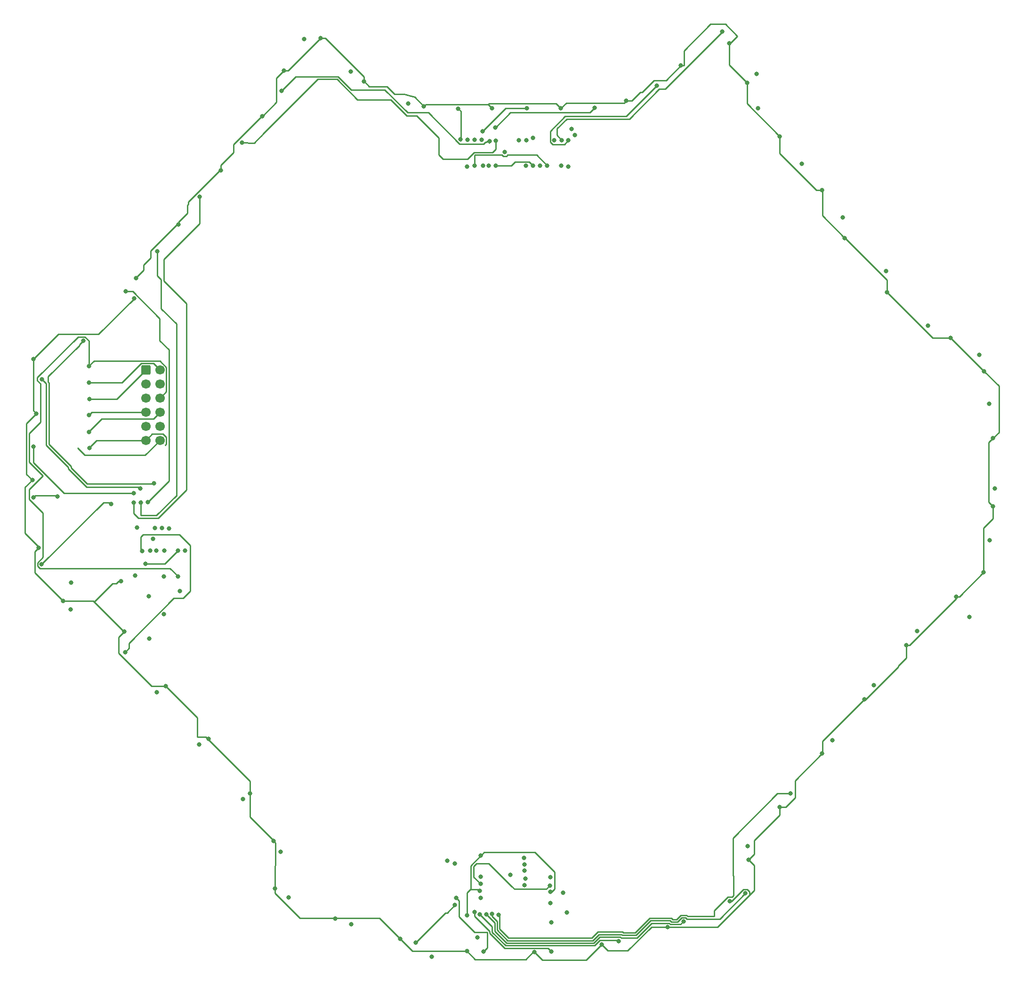
<source format=gbr>
%TF.GenerationSoftware,KiCad,Pcbnew,8.0.0-dirty*%
%TF.CreationDate,2024-03-12T22:30:07-04:00*%
%TF.ProjectId,RCJ_Open_LinePCB,52434a5f-4f70-4656-9e5f-4c696e655043,rev?*%
%TF.SameCoordinates,Original*%
%TF.FileFunction,Copper,L1,Top*%
%TF.FilePolarity,Positive*%
%FSLAX46Y46*%
G04 Gerber Fmt 4.6, Leading zero omitted, Abs format (unit mm)*
G04 Created by KiCad (PCBNEW 8.0.0-dirty) date 2024-03-12 22:30:07*
%MOMM*%
%LPD*%
G01*
G04 APERTURE LIST*
G04 Aperture macros list*
%AMRoundRect*
0 Rectangle with rounded corners*
0 $1 Rounding radius*
0 $2 $3 $4 $5 $6 $7 $8 $9 X,Y pos of 4 corners*
0 Add a 4 corners polygon primitive as box body*
4,1,4,$2,$3,$4,$5,$6,$7,$8,$9,$2,$3,0*
0 Add four circle primitives for the rounded corners*
1,1,$1+$1,$2,$3*
1,1,$1+$1,$4,$5*
1,1,$1+$1,$6,$7*
1,1,$1+$1,$8,$9*
0 Add four rect primitives between the rounded corners*
20,1,$1+$1,$2,$3,$4,$5,0*
20,1,$1+$1,$4,$5,$6,$7,0*
20,1,$1+$1,$6,$7,$8,$9,0*
20,1,$1+$1,$8,$9,$2,$3,0*%
G04 Aperture macros list end*
%TA.AperFunction,ComponentPad*%
%ADD10RoundRect,0.250000X-0.600000X-0.600000X0.600000X-0.600000X0.600000X0.600000X-0.600000X0.600000X0*%
%TD*%
%TA.AperFunction,ComponentPad*%
%ADD11C,1.700000*%
%TD*%
%TA.AperFunction,ViaPad*%
%ADD12C,0.800000*%
%TD*%
%TA.AperFunction,Conductor*%
%ADD13C,0.250000*%
%TD*%
G04 APERTURE END LIST*
D10*
%TO.P,J1,1,Pin_1*%
%TO.N,CS3*%
X36565000Y-76360000D03*
D11*
%TO.P,J1,2,Pin_2*%
%TO.N,CS2*%
X39105000Y-76360000D03*
%TO.P,J1,3,Pin_3*%
%TO.N,MOSI*%
X36565000Y-78900000D03*
%TO.P,J1,4,Pin_4*%
%TO.N,MISO*%
X39105000Y-78900000D03*
%TO.P,J1,5,Pin_5*%
%TO.N,SCK1*%
X36565000Y-81440000D03*
%TO.P,J1,6,Pin_6*%
%TO.N,CS1*%
X39105000Y-81440000D03*
%TO.P,J1,7,Pin_7*%
%TO.N,CS4*%
X36565000Y-83980000D03*
%TO.P,J1,8,Pin_8*%
%TO.N,CS5*%
X39105000Y-83980000D03*
%TO.P,J1,9,Pin_9*%
%TO.N,5V*%
X36565000Y-86520000D03*
%TO.P,J1,10,Pin_10*%
%TO.N,GND*%
X39105000Y-86520000D03*
%TO.P,J1,11,Pin_11*%
%TO.N,CS6*%
X36565000Y-89060000D03*
%TO.P,J1,12,Pin_12*%
%TO.N,3.3V*%
X39105000Y-89060000D03*
%TD*%
D12*
%TO.N,GND*%
X141530000Y-17550000D03*
X123000000Y-27930000D03*
X96660000Y-170090000D03*
X109332800Y-170234000D03*
X32160000Y-114340000D03*
X141570000Y-171900000D03*
X187340000Y-76560000D03*
X16370000Y-74420000D03*
X150610000Y-34340000D03*
X173380000Y-125870000D03*
X82320000Y-178730000D03*
X47874439Y-142743542D03*
X99550000Y-39592800D03*
X130390000Y-176590000D03*
X158230000Y-43970000D03*
X34470000Y-63470000D03*
X188920000Y-88620000D03*
X42480000Y-50170000D03*
X75840000Y-24470000D03*
X144960000Y-164480000D03*
X68050000Y-16660000D03*
X55320000Y-152540000D03*
X132820000Y-21540000D03*
X162260000Y-52630000D03*
X106230000Y-39620000D03*
X150530000Y-155000000D03*
X144730000Y-24680000D03*
X50100000Y-40470000D03*
X182320000Y-117130000D03*
X188920000Y-100860000D03*
X86590000Y-28900000D03*
X40140000Y-133200000D03*
X181260000Y-70540000D03*
X16920000Y-84180000D03*
X94330000Y-180910000D03*
X17340000Y-108300000D03*
X98850000Y-29230000D03*
X106471468Y-181071643D03*
X165830000Y-135560000D03*
X34840000Y-59790000D03*
X61380000Y-22520000D03*
X169890000Y-62320000D03*
X21730000Y-117920000D03*
X94360000Y-174490000D03*
X111240000Y-29250000D03*
X158220000Y-145350000D03*
X59780000Y-169620000D03*
X16160000Y-96150000D03*
X96820000Y-163720000D03*
X118530000Y-179710000D03*
X59540000Y-161060000D03*
X70660000Y-175030000D03*
X187230000Y-112770000D03*
X32670000Y-123420000D03*
X57550000Y-30660000D03*
X112540000Y-39730000D03*
%TO.N,Ch40*%
X53890000Y-35470000D03*
X99520000Y-35100000D03*
%TO.N,3.3V*%
X109332800Y-172290000D03*
X87970000Y-181930000D03*
X104960000Y-39620000D03*
X35020000Y-104660000D03*
X96806500Y-171355000D03*
X34690000Y-113370000D03*
X101140000Y-37150000D03*
%TO.N,Ch36*%
X94470000Y-34970000D03*
X83770000Y-28420000D03*
%TO.N,Ch39*%
X98390000Y-35190000D03*
X61020000Y-26090000D03*
%TO.N,Ch35*%
X92780000Y-29320000D03*
X93170000Y-34820000D03*
%TO.N,Ch38*%
X65080000Y-16770000D03*
X97010000Y-34970000D03*
%TO.N,Ch34*%
X105080000Y-29270000D03*
X97170000Y-33370000D03*
%TO.N,Ch33*%
X117310000Y-29160000D03*
X99440000Y-32730000D03*
%TO.N,Ch37*%
X73410000Y-22680000D03*
X95740000Y-34970000D03*
%TO.N,Ch32*%
X128470000Y-25230000D03*
X112580000Y-34997200D03*
%TO.N,Ch28*%
X113740000Y-34070000D03*
X154510000Y-39280000D03*
%TO.N,Ch31*%
X140280000Y-15460000D03*
X111390000Y-35010000D03*
%TO.N,Ch27*%
X161937240Y-48878055D03*
X106230000Y-34565000D03*
%TO.N,Ch30*%
X146420000Y-23040000D03*
X110040000Y-34997200D03*
%TO.N,Ch26*%
X105000000Y-35010000D03*
X169720000Y-58590000D03*
%TO.N,Ch25*%
X177207131Y-68383151D03*
X103690000Y-34997200D03*
%TO.N,Ch29*%
X113180000Y-32970000D03*
X146710000Y-29260000D03*
%TO.N,Ch16*%
X152490000Y-152550000D03*
X100011712Y-174368288D03*
%TO.N,Ch8*%
X43605000Y-108838600D03*
X73480000Y-176060000D03*
%TO.N,Ch4*%
X46167652Y-143723054D03*
X38490000Y-108838600D03*
%TO.N,Ch24*%
X104603747Y-164136253D03*
X186470000Y-73600000D03*
%TO.N,Ch12*%
X96645474Y-174253401D03*
X121640000Y-179080000D03*
%TO.N,Ch20*%
X104710000Y-169029200D03*
X184670000Y-120750000D03*
%TO.N,Ch7*%
X42369000Y-108838600D03*
X62290000Y-171200000D03*
X36530000Y-111206149D03*
%TO.N,Ch3*%
X37240000Y-124680000D03*
X38560000Y-134320000D03*
X39850000Y-120290000D03*
X37385000Y-108838600D03*
%TO.N,Ch15*%
X144800000Y-162030000D03*
X92183700Y-165151000D03*
%TO.N,Ch23*%
X188280000Y-82460000D03*
X104710000Y-165300000D03*
%TO.N,Ch11*%
X109530000Y-180970000D03*
X95710000Y-173900000D03*
%TO.N,Ch19*%
X175320000Y-123280000D03*
X111600000Y-170430000D03*
%TO.N,Ch6*%
X60860000Y-162990000D03*
X37140000Y-117060000D03*
%TO.N,Ch2*%
X32870000Y-127090000D03*
X35930000Y-108890000D03*
%TO.N,Ch14*%
X98860000Y-174230000D03*
X144410000Y-170510000D03*
%TO.N,Ch10*%
X92430000Y-171330000D03*
X97300000Y-180990000D03*
%TO.N,Ch22*%
X189240000Y-97700000D03*
X104710000Y-166424000D03*
%TO.N,Ch18*%
X167500000Y-133060000D03*
X112340000Y-173930000D03*
%TO.N,Ch1*%
X23100000Y-119420000D03*
X23170000Y-114640000D03*
%TO.N,Ch5*%
X54021790Y-153530500D03*
X39940000Y-108824271D03*
%TO.N,Ch9*%
X92183700Y-172625000D03*
X85120000Y-179410000D03*
%TO.N,Ch13*%
X97800000Y-174260000D03*
X133288161Y-175601133D03*
%TO.N,Ch17*%
X160090000Y-143000000D03*
X109500000Y-175740000D03*
%TO.N,Ch21*%
X104860000Y-167890000D03*
X188330000Y-106990000D03*
%TO.N,MOSI*%
X97190000Y-39592800D03*
X37900000Y-106720000D03*
X102170000Y-167149000D03*
X40740000Y-104850000D03*
%TO.N,MISO*%
X108740000Y-39550000D03*
X96806500Y-167545000D03*
X95740000Y-39592800D03*
X39835000Y-113461400D03*
X109332800Y-167593949D03*
X39480000Y-104792800D03*
X42710000Y-116140000D03*
%TO.N,SCK1*%
X107500000Y-39620000D03*
X109250000Y-169130000D03*
X94338747Y-39724053D03*
X96806500Y-168815000D03*
X38210000Y-104792800D03*
%TO.N,CS1*%
X42350000Y-113510000D03*
X26330000Y-75690000D03*
%TO.N,CS2*%
X90758767Y-164625518D03*
X26370000Y-78630000D03*
%TO.N,CS3*%
X96170000Y-178410000D03*
X26440000Y-81580000D03*
%TO.N,CS4*%
X111310000Y-39620000D03*
X26380000Y-84470000D03*
%TO.N,CS5*%
X98280000Y-39592800D03*
X26400000Y-87510000D03*
%TO.N,Ch48*%
X30330000Y-100470000D03*
X17840000Y-111310000D03*
%TO.N,Ch44*%
X25310000Y-71110000D03*
X38005000Y-96720000D03*
%TO.N,Ch47*%
X16350000Y-99290000D03*
X20730000Y-99080000D03*
%TO.N,Ch43*%
X32960000Y-62210000D03*
X36950000Y-100130000D03*
%TO.N,Ch46*%
X34370000Y-98540000D03*
X16330000Y-90110000D03*
%TO.N,Ch42*%
X38610000Y-54980000D03*
X35670000Y-100170000D03*
%TO.N,Ch41*%
X34440000Y-100190000D03*
X46230000Y-45210000D03*
%TO.N,Ch45*%
X17860000Y-78000000D03*
X35620000Y-97670000D03*
%TO.N,CS6*%
X26420000Y-90370000D03*
%TD*%
D13*
%TO.N,GND*%
X59570000Y-161060000D02*
X59540000Y-161060000D01*
X145960000Y-163480000D02*
X144960000Y-164480000D01*
X112580000Y-39730000D02*
X112590000Y-39720000D01*
X158240000Y-145330000D02*
X158220000Y-145350000D01*
X68050000Y-16660000D02*
X68020000Y-16660000D01*
X28070000Y-69930000D02*
X34470000Y-63530000D01*
X94360000Y-170400200D02*
X94930100Y-169830100D01*
X59780000Y-170520000D02*
X59780000Y-169620000D01*
X34810000Y-59790000D02*
X34810000Y-59790000D01*
X98190000Y-28540000D02*
X98020000Y-28540000D01*
X173950000Y-125870000D02*
X173380000Y-125870000D01*
X59540000Y-161030000D02*
X55290000Y-156780000D01*
X44220000Y-46540000D02*
X44040000Y-46720000D01*
X158240000Y-143130000D02*
X158240000Y-145330000D01*
X21730000Y-117910000D02*
X16660000Y-112840000D01*
X31700000Y-114340000D02*
X32160000Y-114340000D01*
X171930124Y-129719876D02*
X166090000Y-135560000D01*
X50100000Y-40460000D02*
X50100000Y-40460000D01*
X187340000Y-76550000D02*
X187340000Y-76560000D01*
X47320000Y-142330000D02*
X45860000Y-142330000D01*
X15120000Y-85980000D02*
X16920000Y-84180000D01*
X109332800Y-170234000D02*
X109332800Y-170342800D01*
X171930124Y-129589876D02*
X171930124Y-129719876D01*
X61370000Y-22490000D02*
X61370000Y-22510000D01*
X32640000Y-123410000D02*
X27290000Y-118060000D01*
X14870000Y-105750000D02*
X14870000Y-97440000D01*
X40140000Y-133200000D02*
X37620000Y-133200000D01*
X144750000Y-24700000D02*
X144750000Y-28450000D01*
X118540000Y-179710000D02*
X118530000Y-179710000D01*
X79895920Y-25360000D02*
X76740000Y-25360000D01*
X158230000Y-43970000D02*
X158240000Y-43970000D01*
X96860000Y-163720000D02*
X96820000Y-163720000D01*
X187230000Y-104769115D02*
X187230000Y-112770000D01*
X132830000Y-21530000D02*
X133340000Y-21530000D01*
X98160000Y-28540000D02*
X98850000Y-29230000D01*
X122980000Y-27900000D02*
X123960000Y-27900000D01*
X188920000Y-100860000D02*
X188910000Y-100870000D01*
X150530000Y-155000000D02*
X150530000Y-156460000D01*
X112540000Y-39730000D02*
X112580000Y-39730000D01*
X169870000Y-62330000D02*
X178080000Y-70540000D01*
X125520000Y-26340000D02*
X125870000Y-26340000D01*
X21740000Y-117920000D02*
X21730000Y-117920000D01*
X111240000Y-29250000D02*
X110390000Y-28400000D01*
X94320000Y-180900000D02*
X84500000Y-180900000D01*
X16660000Y-108980000D02*
X17340000Y-108300000D01*
X106230000Y-39620000D02*
X105505000Y-38895000D01*
X27150000Y-117920000D02*
X21740000Y-117920000D01*
X75840000Y-23620000D02*
X68880000Y-16660000D01*
X49860000Y-40470000D02*
X44220000Y-46110000D01*
X173380000Y-128140000D02*
X171930124Y-129589876D01*
X112200000Y-28290000D02*
X122590000Y-28290000D01*
X104903286Y-182400000D02*
X95820000Y-182400000D01*
X55290000Y-152570000D02*
X55320000Y-152540000D01*
X59540000Y-161060000D02*
X59540000Y-161030000D01*
X181330000Y-70540000D02*
X187340000Y-76550000D01*
X55290000Y-152510000D02*
X55320000Y-152540000D01*
X106471468Y-181071643D02*
X107879825Y-182480000D01*
X40170000Y-133200000D02*
X40140000Y-133200000D01*
X187350000Y-76560000D02*
X189990000Y-79200000D01*
X84944710Y-27244710D02*
X84257999Y-27069955D01*
X94930100Y-169830100D02*
X96430100Y-169830100D01*
X150530000Y-155000000D02*
X151660000Y-155000000D01*
X107879825Y-182480000D02*
X115770000Y-182480000D01*
X47874439Y-142743542D02*
X47733542Y-142743542D01*
X158240000Y-43970000D02*
X158240000Y-48570000D01*
X144710305Y-169785000D02*
X144051396Y-169785000D01*
X153340000Y-150230000D02*
X158220000Y-145350000D01*
X162300000Y-52630000D02*
X169870000Y-60200000D01*
X151660000Y-155000000D02*
X153340000Y-153320000D01*
X96660000Y-170060000D02*
X96660000Y-170090000D01*
X79982613Y-25402613D02*
X79895920Y-25360000D01*
X47874439Y-142743542D02*
X47874439Y-142884439D01*
X16370000Y-74420000D02*
X16370000Y-83630000D01*
X106520000Y-163140000D02*
X98402000Y-163140000D01*
X125870000Y-26340000D02*
X127980000Y-24230000D01*
X34470000Y-63470000D02*
X34530000Y-63470000D01*
X133340000Y-21530000D02*
X133340000Y-18933063D01*
X94330000Y-180910000D02*
X94320000Y-180900000D01*
X145135000Y-170209695D02*
X144710305Y-169785000D01*
X150610000Y-37370000D02*
X157210000Y-43970000D01*
X86590000Y-28890000D02*
X84944710Y-27244710D01*
X96430100Y-169830100D02*
X96660000Y-170060000D01*
X102965000Y-38895000D02*
X102267200Y-39592800D01*
X96690000Y-170090000D02*
X96690000Y-170090000D01*
X109332800Y-170342800D02*
X109400000Y-170410000D01*
X52380000Y-35770000D02*
X52380000Y-37190000D01*
X34530000Y-63470000D02*
X34500000Y-63500000D01*
X132820000Y-21540000D02*
X132830000Y-21530000D01*
X106231643Y-181071643D02*
X104903286Y-182400000D01*
X21730000Y-117920000D02*
X21730000Y-117910000D01*
X123260000Y-180820000D02*
X119650000Y-180820000D01*
X36190000Y-57430000D02*
X36190000Y-58410000D01*
X27290000Y-118060000D02*
X27150000Y-117920000D01*
X75840000Y-24470000D02*
X75840000Y-23620000D01*
X82320000Y-178720000D02*
X78600000Y-175000000D01*
X157210000Y-43970000D02*
X158230000Y-43970000D01*
X189990000Y-87550000D02*
X188920000Y-88620000D01*
X47874439Y-142884439D02*
X55290000Y-150300000D01*
X106471468Y-181071643D02*
X106231643Y-181071643D01*
X83356625Y-26800262D02*
X83066052Y-26700000D01*
X110057800Y-169752200D02*
X110057800Y-166677800D01*
X182320000Y-117130000D02*
X182320000Y-117500000D01*
X84500000Y-180900000D02*
X82330000Y-178730000D01*
X42480000Y-50170000D02*
X42160000Y-50170000D01*
X122590000Y-28290000D02*
X122980000Y-27900000D01*
X59780000Y-169620000D02*
X59900000Y-161390000D01*
X141540000Y-21490000D02*
X141540000Y-17560000D01*
X142620000Y-173320000D02*
X142625305Y-173320000D01*
X31700000Y-124390000D02*
X32670000Y-123420000D01*
X68020000Y-16660000D02*
X68020000Y-16660000D01*
X61380000Y-22520000D02*
X60080000Y-23820000D01*
X127520000Y-176560000D02*
X123260000Y-180820000D01*
X37620000Y-133200000D02*
X31700000Y-127280000D01*
X37460000Y-54870000D02*
X37460000Y-56160000D01*
X144730000Y-24680000D02*
X144750000Y-24700000D01*
X109332800Y-170234000D02*
X109576000Y-170234000D01*
X86950000Y-28540000D02*
X86590000Y-28900000D01*
X142625305Y-173320000D02*
X145135000Y-170810305D01*
X31700000Y-127280000D02*
X31700000Y-124390000D01*
X98330000Y-28400000D02*
X98190000Y-28540000D01*
X34470000Y-63530000D02*
X34470000Y-63470000D01*
X55290000Y-150300000D02*
X55290000Y-152510000D01*
X133340000Y-18933063D02*
X138143063Y-14130000D01*
X17310000Y-108190000D02*
X14870000Y-105750000D01*
X150530000Y-156460000D02*
X145960000Y-161030000D01*
X81280000Y-26700000D02*
X79982613Y-25402613D01*
X75850000Y-24470000D02*
X75840000Y-24470000D01*
X45860000Y-142330000D02*
X45860000Y-138890000D01*
X145960000Y-161030000D02*
X145960000Y-163480000D01*
X111240000Y-29250000D02*
X112200000Y-28290000D01*
X61370000Y-22510000D02*
X61380000Y-22520000D01*
X173380000Y-125870000D02*
X173380000Y-128140000D01*
X150610000Y-34340000D02*
X150610000Y-37370000D01*
X15120000Y-95110000D02*
X15120000Y-85980000D01*
X57470000Y-30680000D02*
X52380000Y-35770000D01*
X98020000Y-28540000D02*
X98160000Y-28540000D01*
X144750000Y-28450000D02*
X150610000Y-34310000D01*
X115770000Y-182480000D02*
X118530000Y-179720000D01*
X142620000Y-173320000D02*
X139380000Y-176560000D01*
X59900000Y-161390000D02*
X59570000Y-161060000D01*
X95820000Y-182400000D02*
X94330000Y-180910000D01*
X21740000Y-117920000D02*
X21740000Y-117920000D01*
X162260000Y-52630000D02*
X162300000Y-52630000D01*
X83066052Y-26700000D02*
X81280000Y-26700000D01*
X34840000Y-59790000D02*
X34810000Y-59790000D01*
X144710305Y-171235000D02*
X144705000Y-171235000D01*
X44220000Y-46110000D02*
X44220000Y-46540000D01*
X42480000Y-49730000D02*
X42480000Y-50170000D01*
X109576000Y-170234000D02*
X110057800Y-169752200D01*
X144705000Y-171235000D02*
X142620000Y-173320000D01*
X17310000Y-108270000D02*
X17310000Y-108190000D01*
X98020000Y-28540000D02*
X86950000Y-28540000D01*
X182320000Y-117500000D02*
X173950000Y-125870000D01*
X158240000Y-48570000D02*
X162260000Y-52590000D01*
X142970000Y-16260000D02*
X141680000Y-17550000D01*
X42160000Y-50170000D02*
X37460000Y-54870000D01*
X127980000Y-24230000D02*
X130130000Y-24230000D01*
X130130000Y-24230000D02*
X132820000Y-21540000D01*
X97424000Y-163156000D02*
X96860000Y-163720000D01*
X138143063Y-14130000D02*
X140840000Y-14130000D01*
X27290000Y-118060000D02*
X30610000Y-114740000D01*
X82330000Y-178730000D02*
X82320000Y-178730000D01*
X188150000Y-89390000D02*
X188150000Y-100090000D01*
X68880000Y-16660000D02*
X68050000Y-16660000D01*
X82320000Y-178730000D02*
X82320000Y-178720000D01*
X144960000Y-164480000D02*
X145990000Y-165510000D01*
X119650000Y-180820000D02*
X118540000Y-179710000D01*
X123960000Y-27900000D02*
X125520000Y-26340000D01*
X50100000Y-40470000D02*
X49860000Y-40470000D01*
X95000000Y-165540000D02*
X96820000Y-163720000D01*
X20860000Y-69930000D02*
X28070000Y-69930000D01*
X50100000Y-39470000D02*
X50100000Y-40470000D01*
X105505000Y-38895000D02*
X102965000Y-38895000D01*
X169870000Y-60200000D02*
X169870000Y-62330000D01*
X31300000Y-114740000D02*
X31700000Y-114340000D01*
X62190000Y-22490000D02*
X61370000Y-22490000D01*
X188920000Y-88620000D02*
X188150000Y-89390000D01*
X140840000Y-14130000D02*
X142970000Y-16260000D01*
X55290000Y-156780000D02*
X55290000Y-152570000D01*
X188150000Y-100090000D02*
X188920000Y-100860000D01*
X94930100Y-169830100D02*
X95000000Y-169760200D01*
X17340000Y-108300000D02*
X17310000Y-108270000D01*
X16370000Y-83630000D02*
X16920000Y-84180000D01*
X162260000Y-52590000D02*
X162260000Y-52630000D01*
X110390000Y-28400000D02*
X98330000Y-28400000D01*
X165830000Y-135560000D02*
X165810000Y-135560000D01*
X182340000Y-117110000D02*
X182320000Y-117130000D01*
X150610000Y-34310000D02*
X150610000Y-34340000D01*
X84257999Y-27069955D02*
X83356625Y-26800262D01*
X16160000Y-96150000D02*
X15120000Y-95110000D01*
X141936396Y-171900000D02*
X141570000Y-171900000D01*
X145990000Y-169955305D02*
X144710305Y-171235000D01*
X165810000Y-135560000D02*
X158240000Y-143130000D01*
X98386000Y-163156000D02*
X97424000Y-163156000D01*
X188910000Y-103089115D02*
X187230000Y-104769115D01*
X139380000Y-176560000D02*
X127520000Y-176560000D01*
X86590000Y-28900000D02*
X86590000Y-28890000D01*
X60080000Y-23820000D02*
X60080000Y-28190000D01*
X187340000Y-76560000D02*
X187350000Y-76560000D01*
X94360000Y-174490000D02*
X94360000Y-170400200D01*
X36190000Y-58410000D02*
X34840000Y-59760000D01*
X68020000Y-16660000D02*
X62190000Y-22490000D01*
X110057800Y-166677800D02*
X106520000Y-163140000D01*
X45860000Y-138890000D02*
X40170000Y-133200000D01*
X158240000Y-43970000D02*
X158240000Y-43970000D01*
X141680000Y-17550000D02*
X141530000Y-17550000D01*
X60080000Y-28190000D02*
X57590000Y-30680000D01*
X181260000Y-70540000D02*
X181330000Y-70540000D01*
X187230000Y-112770000D02*
X182890000Y-117110000D01*
X34840000Y-59760000D02*
X34840000Y-59790000D01*
X57590000Y-30680000D02*
X57470000Y-30680000D01*
X145135000Y-170810305D02*
X145135000Y-170209695D01*
X178080000Y-70540000D02*
X181260000Y-70540000D01*
X118530000Y-179720000D02*
X118530000Y-179710000D01*
X47733542Y-142743542D02*
X47320000Y-142330000D01*
X98402000Y-163140000D02*
X98386000Y-163156000D01*
X64260000Y-175000000D02*
X59780000Y-170520000D01*
X44040000Y-48170000D02*
X42480000Y-49730000D01*
X16660000Y-112840000D02*
X16660000Y-108980000D01*
X144051396Y-169785000D02*
X141936396Y-171900000D01*
X182890000Y-117110000D02*
X182340000Y-117110000D01*
X16370000Y-74420000D02*
X20860000Y-69930000D01*
X76740000Y-25360000D02*
X75850000Y-24470000D01*
X102267200Y-39592800D02*
X99550000Y-39592800D01*
X44040000Y-46720000D02*
X44040000Y-48170000D01*
X96660000Y-170090000D02*
X96690000Y-170090000D01*
X166090000Y-135560000D02*
X165830000Y-135560000D01*
X14870000Y-97440000D02*
X16160000Y-96150000D01*
X95000000Y-169760200D02*
X95000000Y-165540000D01*
X78600000Y-175000000D02*
X64260000Y-175000000D01*
X189990000Y-79200000D02*
X189990000Y-87550000D01*
X52380000Y-37190000D02*
X50100000Y-39470000D01*
X141540000Y-17560000D02*
X141530000Y-17550000D01*
X32670000Y-123420000D02*
X32640000Y-123410000D01*
X141540000Y-21490000D02*
X144730000Y-24680000D01*
X30610000Y-114740000D02*
X31300000Y-114740000D01*
X145990000Y-165510000D02*
X145990000Y-169955305D01*
X153340000Y-153320000D02*
X153340000Y-150230000D01*
X188910000Y-100870000D02*
X188910000Y-103089115D01*
X37460000Y-56160000D02*
X36190000Y-57430000D01*
%TO.N,Ch40*%
X70966569Y-24040000D02*
X74621279Y-27694710D01*
X99520000Y-35100000D02*
X99520000Y-35085305D01*
X99520000Y-36650000D02*
X99520000Y-35100000D01*
X85249882Y-30575000D02*
X89260000Y-34585118D01*
X57855000Y-33695000D02*
X56070000Y-35480000D01*
X99560000Y-35045305D02*
X99560000Y-35010000D01*
X83545000Y-30575000D02*
X85249882Y-30575000D01*
X74621279Y-27694710D02*
X80664710Y-27694710D01*
X56070000Y-35480000D02*
X53890000Y-35470000D01*
X53890000Y-35470000D02*
X53890000Y-35480000D01*
X90020000Y-38380000D02*
X94462204Y-38380000D01*
X57855000Y-33695000D02*
X57340000Y-34210000D01*
X57340000Y-34210000D02*
X57340000Y-34220000D01*
X89260000Y-34585118D02*
X89260000Y-37620000D01*
X57855000Y-33695000D02*
X67510000Y-24040000D01*
X80664710Y-27694710D02*
X83545000Y-30575000D01*
X95612204Y-37230000D02*
X98940000Y-37230000D01*
X67510000Y-24040000D02*
X70966569Y-24040000D01*
X94462204Y-38380000D02*
X95612204Y-37230000D01*
X99520000Y-35085305D02*
X99560000Y-35045305D01*
X89260000Y-37620000D02*
X90020000Y-38380000D01*
X98940000Y-37230000D02*
X99520000Y-36650000D01*
%TO.N,3.3V*%
X25640000Y-91690000D02*
X36475000Y-91690000D01*
X24350000Y-90400000D02*
X25640000Y-91690000D01*
X36475000Y-91690000D02*
X39105000Y-89060000D01*
%TO.N,Ch39*%
X83646396Y-30040000D02*
X79536396Y-25930000D01*
X71152965Y-23590000D02*
X63520000Y-23590000D01*
X97950000Y-35190000D02*
X97810000Y-35330000D01*
X63520000Y-23590000D02*
X61020000Y-26090000D01*
X98390000Y-35190000D02*
X97950000Y-35190000D01*
X98310000Y-35500000D02*
X98390000Y-35190000D01*
X97310305Y-35695000D02*
X93019695Y-35695000D01*
X73492965Y-25930000D02*
X71152965Y-23590000D01*
X87364695Y-30040000D02*
X83646396Y-30040000D01*
X97675305Y-35330000D02*
X97310305Y-35695000D01*
X79536396Y-25930000D02*
X73492965Y-25930000D01*
X93019695Y-35695000D02*
X87364695Y-30040000D01*
X97810000Y-35330000D02*
X97675305Y-35330000D01*
%TO.N,Ch35*%
X93220000Y-29760000D02*
X92780000Y-29320000D01*
X93220000Y-35100000D02*
X93220000Y-34870000D01*
X93170000Y-34820000D02*
X93220000Y-34770000D01*
X93220000Y-34770000D02*
X93220000Y-29760000D01*
X93220000Y-34870000D02*
X93170000Y-34820000D01*
%TO.N,Ch34*%
X105080000Y-29270000D02*
X105100000Y-29270000D01*
X101270000Y-29270000D02*
X105080000Y-29270000D01*
X97170000Y-33370000D02*
X101270000Y-29270000D01*
%TO.N,Ch33*%
X99490000Y-32730000D02*
X99440000Y-32730000D01*
X102160000Y-30060000D02*
X99490000Y-32730000D01*
X116410000Y-30060000D02*
X102160000Y-30060000D01*
X99440000Y-32730000D02*
X99550000Y-32840000D01*
X117310000Y-29160000D02*
X116410000Y-30060000D01*
%TO.N,Ch32*%
X122970000Y-30730000D02*
X128470000Y-25230000D01*
X112580000Y-34997200D02*
X112580000Y-35010000D01*
X111855000Y-35735000D02*
X109735000Y-35735000D01*
X109315000Y-33395000D02*
X111980000Y-30730000D01*
X109315000Y-35315000D02*
X109315000Y-33395000D01*
X111980000Y-30730000D02*
X122970000Y-30730000D01*
X112580000Y-35010000D02*
X111855000Y-35735000D01*
X109735000Y-35735000D02*
X109315000Y-35315000D01*
%TO.N,Ch31*%
X140250000Y-15520000D02*
X140250000Y-15490000D01*
X128935305Y-25790000D02*
X129980000Y-25790000D01*
X123545305Y-31180000D02*
X128935305Y-25790000D01*
X112260000Y-31180000D02*
X123545305Y-31180000D01*
X110560000Y-34120000D02*
X111390000Y-35010000D01*
X111390000Y-35010000D02*
X111310000Y-34870000D01*
X110560000Y-32880000D02*
X112260000Y-31180000D01*
X129980000Y-25790000D02*
X140250000Y-15520000D01*
X110560000Y-32880000D02*
X110560000Y-34120000D01*
%TO.N,Ch16*%
X142025000Y-171175000D02*
X142291397Y-170908603D01*
X142291397Y-170908603D02*
X142291397Y-167405692D01*
X100011712Y-174368288D02*
X100219700Y-174576276D01*
X142291397Y-167405692D02*
X142160000Y-167274295D01*
X142160000Y-167274295D02*
X142160000Y-160570000D01*
X132801460Y-174426133D02*
X133817834Y-174426133D01*
X138800000Y-174660000D02*
X138800000Y-173644695D01*
X100219700Y-174576276D02*
X100219700Y-176924116D01*
X132017593Y-175210000D02*
X132801460Y-174426133D01*
X138800000Y-173644695D02*
X141269695Y-171175000D01*
X141269695Y-171175000D02*
X142025000Y-171175000D01*
X133817834Y-174426133D02*
X134051701Y-174660000D01*
X122448097Y-177590000D02*
X124580812Y-177590000D01*
X134051701Y-174660000D02*
X138800000Y-174660000D01*
X100219700Y-176924116D02*
X101842227Y-178546643D01*
X101842227Y-178546643D02*
X116758864Y-178546643D01*
X122313097Y-177455000D02*
X122448097Y-177590000D01*
X142160000Y-160570000D02*
X150180000Y-152550000D01*
X150180000Y-152550000D02*
X152490000Y-152550000D01*
X116758864Y-178546643D02*
X117850507Y-177455000D01*
X131063097Y-174965000D02*
X131308097Y-175210000D01*
X117850507Y-177455000D02*
X122313097Y-177455000D01*
X124580812Y-177590000D02*
X127205812Y-174965000D01*
X131308097Y-175210000D02*
X132017593Y-175210000D01*
X127205812Y-174965000D02*
X131063097Y-174965000D01*
%TO.N,Ch12*%
X118229695Y-178985000D02*
X121545000Y-178985000D01*
X117318052Y-179896643D02*
X118229695Y-178985000D01*
X96645474Y-174253401D02*
X98869700Y-176477627D01*
X101283039Y-179896643D02*
X117318052Y-179896643D01*
X98869700Y-177483304D02*
X101283039Y-179896643D01*
X121545000Y-178985000D02*
X121640000Y-179080000D01*
X98869700Y-176477627D02*
X98869700Y-177483304D01*
%TO.N,Ch7*%
X36536149Y-111200000D02*
X39970000Y-111200000D01*
X36530000Y-111206149D02*
X36536149Y-111200000D01*
X42370000Y-108837600D02*
X42370000Y-108800000D01*
X42370000Y-108800000D02*
X42370000Y-108800000D01*
X39970000Y-111200000D02*
X42331400Y-108838600D01*
X42331400Y-108838600D02*
X42369000Y-108838600D01*
X42369000Y-108838600D02*
X42370000Y-108837600D01*
%TO.N,Ch11*%
X98419700Y-177669700D02*
X101096643Y-180346643D01*
X98419700Y-177323604D02*
X98419700Y-177669700D01*
X101096643Y-180346643D02*
X108906643Y-180346643D01*
X95710000Y-174613904D02*
X98419700Y-177323604D01*
X95710000Y-173900000D02*
X95710000Y-174613904D01*
X108906643Y-180346643D02*
X109530000Y-180970000D01*
%TO.N,Ch2*%
X41640000Y-117430000D02*
X43260000Y-117430000D01*
X44570000Y-116120000D02*
X44570000Y-107930000D01*
X35930000Y-108890000D02*
X36000000Y-108890000D01*
X32870000Y-127090000D02*
X33580000Y-126380000D01*
X33580000Y-125490000D02*
X41640000Y-117430000D01*
X35690000Y-106424695D02*
X35690000Y-108650000D01*
X36000000Y-108890000D02*
X36010000Y-108900000D01*
X35690000Y-108650000D02*
X35930000Y-108890000D01*
X42635000Y-105995000D02*
X36119695Y-105995000D01*
X44570000Y-107930000D02*
X42635000Y-105995000D01*
X43260000Y-117430000D02*
X44570000Y-116120000D01*
X33580000Y-126380000D02*
X33580000Y-125490000D01*
X36119695Y-105995000D02*
X35690000Y-106424695D01*
%TO.N,Ch14*%
X131121701Y-175660000D02*
X132203989Y-175660000D01*
X98860000Y-174230000D02*
X98860000Y-174620000D01*
X99760000Y-175520000D02*
X99769700Y-175520000D01*
X132203989Y-175660000D02*
X132987856Y-174876133D01*
X132987856Y-174876133D02*
X133631438Y-174876133D01*
X133631438Y-174876133D02*
X133865305Y-175110000D01*
X116945260Y-178996643D02*
X118036903Y-177905000D01*
X130876701Y-175415000D02*
X131121701Y-175660000D01*
X98860000Y-174620000D02*
X99760000Y-175520000D01*
X101655831Y-178996643D02*
X116945260Y-178996643D01*
X124767208Y-178040000D02*
X127392208Y-175415000D01*
X139810000Y-175110000D02*
X144410000Y-170510000D01*
X133865305Y-175110000D02*
X139810000Y-175110000D01*
X122126701Y-177905000D02*
X122261701Y-178040000D01*
X99769700Y-177110512D02*
X101655831Y-178996643D01*
X127392208Y-175415000D02*
X130876701Y-175415000D01*
X99769700Y-175520000D02*
X99769700Y-177110512D01*
X122261701Y-178040000D02*
X124767208Y-178040000D01*
X118036903Y-177905000D02*
X122126701Y-177905000D01*
%TO.N,Ch10*%
X92908700Y-171818700D02*
X92430000Y-171340000D01*
X92430000Y-171340000D02*
X92430000Y-171330000D01*
X92908700Y-174700401D02*
X92908700Y-171818700D01*
X97300000Y-180990000D02*
X97969700Y-180320300D01*
X97969700Y-177510000D02*
X95718299Y-177510000D01*
X97969700Y-180320300D02*
X97969700Y-177510000D01*
X95718299Y-177510000D02*
X92908700Y-174700401D01*
X92430000Y-171330000D02*
X92420000Y-171330000D01*
X92420000Y-171330000D02*
X92450000Y-171360000D01*
%TO.N,Ch9*%
X85120000Y-179410000D02*
X85090000Y-179410000D01*
X92183700Y-172625000D02*
X90788700Y-174020000D01*
X85090000Y-179410000D02*
X85130000Y-179370000D01*
X90788700Y-174020000D02*
X90480000Y-174020000D01*
X90480000Y-174020000D02*
X85120000Y-179380000D01*
X85120000Y-179380000D02*
X85120000Y-179410000D01*
%TO.N,Ch13*%
X127578604Y-175865000D02*
X130690305Y-175865000D01*
X118223299Y-178355000D02*
X121940305Y-178355000D01*
X130935305Y-176110000D02*
X132720000Y-176110000D01*
X99319700Y-176070000D02*
X99319700Y-177296908D01*
X122075305Y-178490000D02*
X124953604Y-178490000D01*
X121940305Y-178355000D02*
X122075305Y-178490000D01*
X124953604Y-178490000D02*
X127578604Y-175865000D01*
X132720000Y-176110000D02*
X133310000Y-175520000D01*
X130690305Y-175865000D02*
X130935305Y-176110000D01*
X101469435Y-179446643D02*
X117131656Y-179446643D01*
X117131656Y-179446643D02*
X118223299Y-178355000D01*
X99319700Y-175779700D02*
X97800000Y-174260000D01*
X99319700Y-177296908D02*
X101469435Y-179446643D01*
X99319700Y-176070000D02*
X99319700Y-175779700D01*
%TO.N,MISO*%
X101440305Y-37875000D02*
X101635305Y-37680000D01*
X106870000Y-37680000D02*
X108740000Y-39550000D01*
X100644695Y-37680000D02*
X100839695Y-37875000D01*
X100839695Y-37875000D02*
X101440305Y-37875000D01*
X101635305Y-37680000D02*
X106870000Y-37680000D01*
X95798600Y-37680000D02*
X100644695Y-37680000D01*
X108740000Y-39600000D02*
X108740000Y-39600000D01*
X108740000Y-39550000D02*
X108740000Y-39600000D01*
X95740000Y-37738600D02*
X95798600Y-37680000D01*
X95740000Y-39592800D02*
X95740000Y-37738600D01*
%TO.N,SCK1*%
X98239404Y-165130000D02*
X102379404Y-169270000D01*
X102379404Y-169270000D02*
X102863604Y-169754200D01*
X109220000Y-169130000D02*
X109250000Y-169130000D01*
X96046396Y-165130000D02*
X98239404Y-165130000D01*
X95560000Y-165616396D02*
X96046396Y-165130000D01*
X95560000Y-167568500D02*
X95560000Y-165616396D01*
X96806500Y-168815000D02*
X95560000Y-167568500D01*
X109250000Y-169130000D02*
X109250000Y-169100000D01*
X109250000Y-169100000D02*
X109250000Y-169100000D01*
X102863604Y-169754200D02*
X108595800Y-169754200D01*
X108595800Y-169754200D02*
X109220000Y-169130000D01*
%TO.N,CS1*%
X15605000Y-92891396D02*
X15605000Y-87765000D01*
X35010000Y-112035000D02*
X40955000Y-112035000D01*
X40280000Y-80265000D02*
X39105000Y-81440000D01*
X18065000Y-102030305D02*
X15625000Y-99590305D01*
X15605000Y-87765000D02*
X17645000Y-85725000D01*
X35142800Y-112035000D02*
X35010000Y-112035000D01*
X17115000Y-111009695D02*
X18065000Y-110059695D01*
X18065000Y-110059695D02*
X18065000Y-102030305D01*
X17090000Y-78255305D02*
X17090000Y-77690000D01*
X26330000Y-71100000D02*
X26330000Y-75690000D01*
X35010000Y-112035000D02*
X17539695Y-112035000D01*
X42430000Y-113510000D02*
X42350000Y-113430000D01*
X17645000Y-85725000D02*
X17645000Y-78810305D01*
X40280000Y-75873299D02*
X40280000Y-80265000D01*
X27265000Y-74735000D02*
X39141701Y-74735000D01*
X17645000Y-78810305D02*
X17090000Y-78255305D01*
X42350000Y-113510000D02*
X42430000Y-113510000D01*
X25610000Y-70380000D02*
X26330000Y-71100000D01*
X40955000Y-112035000D02*
X42350000Y-113430000D01*
X42350000Y-113430000D02*
X42350000Y-113510000D01*
X17115000Y-111610305D02*
X17115000Y-111009695D01*
X18076802Y-95363198D02*
X15605000Y-92891396D01*
X17539695Y-112035000D02*
X17115000Y-111610305D01*
X15625000Y-97815000D02*
X18076802Y-95363198D01*
X15625000Y-99590305D02*
X15625000Y-97815000D01*
X39141701Y-74735000D02*
X40280000Y-75873299D01*
X26310000Y-75690000D02*
X27265000Y-74735000D01*
X26330000Y-75670000D02*
X26330000Y-75690000D01*
X24400000Y-70380000D02*
X25610000Y-70380000D01*
X17090000Y-77690000D02*
X24400000Y-70380000D01*
X26350000Y-75650000D02*
X26330000Y-75670000D01*
X26330000Y-75690000D02*
X26310000Y-75690000D01*
%TO.N,CS2*%
X32311827Y-78600000D02*
X35726827Y-75185000D01*
X26350000Y-78600000D02*
X26370000Y-78630000D01*
X35726827Y-75185000D02*
X37930000Y-75185000D01*
X26370000Y-78630000D02*
X32311827Y-78600000D01*
X37930000Y-75185000D02*
X39105000Y-76360000D01*
%TO.N,CS3*%
X26440000Y-81580000D02*
X26470000Y-81550000D01*
X26410000Y-81550000D02*
X26440000Y-81580000D01*
X26470000Y-81550000D02*
X31375000Y-81550000D01*
X26350000Y-81550000D02*
X26410000Y-81550000D01*
X31375000Y-81550000D02*
X36565000Y-76360000D01*
%TO.N,CS4*%
X26380000Y-84470000D02*
X26870000Y-83980000D01*
X26350000Y-84500000D02*
X26380000Y-84470000D01*
X26870000Y-83980000D02*
X36565000Y-83980000D01*
%TO.N,CS5*%
X26400000Y-87400000D02*
X26400000Y-87510000D01*
X26350000Y-87450000D02*
X26400000Y-87400000D01*
X26290000Y-87510000D02*
X28645000Y-85155000D01*
X28645000Y-85155000D02*
X37930000Y-85155000D01*
X37930000Y-85155000D02*
X39105000Y-83980000D01*
X26400000Y-87510000D02*
X26290000Y-87510000D01*
%TO.N,Ch48*%
X17840000Y-111310000D02*
X28970000Y-100180000D01*
X30040000Y-100180000D02*
X28970000Y-100180000D01*
X30330000Y-100470000D02*
X30040000Y-100180000D01*
%TO.N,Ch44*%
X24650000Y-71910000D02*
X24650000Y-71770000D01*
X19130000Y-78633604D02*
X19020000Y-78523604D01*
X38005000Y-96720000D02*
X37895000Y-96830000D01*
X24650000Y-71770000D02*
X25310000Y-71110000D01*
X19020000Y-78523604D02*
X19020000Y-77540000D01*
X23118616Y-93687782D02*
X19130000Y-89699166D01*
X19130000Y-89699166D02*
X19130000Y-78633604D01*
X26006396Y-96830000D02*
X23118616Y-93942220D01*
X23118616Y-93942220D02*
X23118616Y-93687782D01*
X19020000Y-77540000D02*
X24650000Y-71910000D01*
X37895000Y-96830000D02*
X26006396Y-96830000D01*
%TO.N,Ch47*%
X20560000Y-98910000D02*
X16730000Y-98910000D01*
X16730000Y-98910000D02*
X16350000Y-99290000D01*
X20730000Y-99080000D02*
X20560000Y-98910000D01*
%TO.N,Ch43*%
X40730000Y-96340000D02*
X36950000Y-100120000D01*
X39100000Y-71050000D02*
X39100000Y-67074695D01*
X40730000Y-72680000D02*
X39100000Y-71050000D01*
X36940000Y-100130000D02*
X36970000Y-100100000D01*
X40730000Y-72680000D02*
X40730000Y-96340000D01*
X36950000Y-100130000D02*
X36940000Y-100130000D01*
X34255305Y-62230000D02*
X32960000Y-62210000D01*
X36950000Y-100120000D02*
X36950000Y-100130000D01*
X39100000Y-67074695D02*
X34255305Y-62230000D01*
X32960000Y-62210000D02*
X32940000Y-62230000D01*
%TO.N,Ch46*%
X21890000Y-98540000D02*
X16330000Y-92980000D01*
X16330000Y-92980000D02*
X16330000Y-90110000D01*
X34370000Y-98540000D02*
X21890000Y-98540000D01*
%TO.N,Ch42*%
X42070000Y-68045305D02*
X39340000Y-65315305D01*
X39340000Y-65315305D02*
X39340000Y-60110000D01*
X42070000Y-98940000D02*
X42070000Y-68045305D01*
X39340000Y-60110000D02*
X38610000Y-59380000D01*
X35670000Y-102520000D02*
X38490000Y-102520000D01*
X38490000Y-102520000D02*
X42070000Y-98940000D01*
X38610000Y-59380000D02*
X38610000Y-54980000D01*
X35670000Y-100170000D02*
X35670000Y-99970000D01*
X35670000Y-100170000D02*
X35670000Y-102520000D01*
X35670000Y-99970000D02*
X35730000Y-99910000D01*
X42070000Y-99063604D02*
X42070000Y-98940000D01*
%TO.N,Ch41*%
X43860000Y-64366396D02*
X43860000Y-97910000D01*
X34440000Y-100230000D02*
X34440000Y-100190000D01*
X35260000Y-102970000D02*
X34440000Y-102150000D01*
X46230000Y-45210000D02*
X46230000Y-49990000D01*
X34440000Y-102150000D02*
X34440000Y-100230000D01*
X43860000Y-97910000D02*
X38800000Y-102970000D01*
X46230000Y-49990000D02*
X39790000Y-56430000D01*
X39790000Y-56430000D02*
X39790000Y-60296396D01*
X39790000Y-60296396D02*
X43860000Y-64366396D01*
X34440000Y-100190000D02*
X34400000Y-100190000D01*
X34400000Y-100190000D02*
X34440000Y-100230000D01*
X38800000Y-102970000D02*
X35260000Y-102970000D01*
%TO.N,Ch45*%
X22668616Y-94128616D02*
X22668616Y-93874178D01*
X35180000Y-97420000D02*
X25960000Y-97420000D01*
X35200000Y-97440000D02*
X35620000Y-97670000D01*
X22668616Y-93874178D02*
X18680000Y-89885562D01*
X18680000Y-78820000D02*
X17860000Y-78000000D01*
X18680000Y-89885562D02*
X18680000Y-78820000D01*
X25960000Y-97420000D02*
X22668616Y-94128616D01*
X35620000Y-97670000D02*
X35180000Y-97420000D01*
%TO.N,CS6*%
X26420000Y-90330000D02*
X27690000Y-89060000D01*
X39690000Y-87885000D02*
X37740000Y-87885000D01*
X26350000Y-90400000D02*
X26380000Y-90370000D01*
X37740000Y-87885000D02*
X36565000Y-89060000D01*
X26420000Y-90370000D02*
X26420000Y-90330000D01*
X40280000Y-88475000D02*
X39690000Y-87885000D01*
X40280000Y-89660000D02*
X40280000Y-88475000D01*
X27690000Y-89060000D02*
X36565000Y-89060000D01*
X40059000Y-89881000D02*
X40280000Y-89660000D01*
X26380000Y-90370000D02*
X26420000Y-90370000D01*
%TD*%
M02*

</source>
